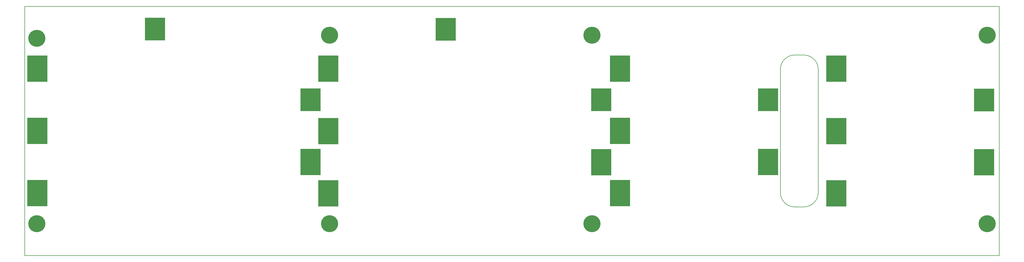
<source format=gts>
G04*
G04 #@! TF.GenerationSoftware,Altium Limited,Altium Designer,18.1.11 (251)*
G04*
G04 Layer_Color=8388736*
%FSLAX44Y44*%
%MOMM*%
G71*
G01*
G75*
%ADD10C,0.2000*%
%ADD13R,6.6016X8.6316*%
%ADD14R,6.6016X7.4516*%
%ADD15C,5.6016*%
D10*
X2684900Y407100D02*
G03*
X2732000Y360000I47099J-1D01*
G01*
X2732000Y860000D02*
G03*
X2684900Y812900I-1J-47098D01*
G01*
X2809500Y812501D02*
G03*
X2762000Y860000I-47593J-94D01*
G01*
X2762000Y360000D02*
G03*
X2809500Y407500I0J47500D01*
G01*
X2732000Y360000D02*
X2762000Y360000D01*
X2684900Y812900D02*
X2684900Y407100D01*
X2732000Y860000D02*
X2762000Y860000D01*
X2809500Y812501D02*
X2809500Y407500D01*
X200000Y200000D02*
Y1020000D01*
X3405000D01*
Y200000D02*
Y1020000D01*
X200000Y200000D02*
X3405000D01*
D13*
X2868500Y814750D02*
D03*
Y609750D02*
D03*
Y404750D02*
D03*
X3355000Y507250D02*
D03*
X1198000Y814806D02*
D03*
Y609805D02*
D03*
Y404805D02*
D03*
X2096000Y507305D02*
D03*
X242000Y815000D02*
D03*
Y610000D02*
D03*
Y405000D02*
D03*
X1140000Y507500D02*
D03*
X2158000Y815000D02*
D03*
Y610000D02*
D03*
Y405000D02*
D03*
X2644500Y507500D02*
D03*
D14*
X3355000Y712250D02*
D03*
X1584500Y945005D02*
D03*
X2096000Y712306D02*
D03*
X628500Y945200D02*
D03*
X1140000Y712500D02*
D03*
X2644500D02*
D03*
D15*
X3365000Y925000D02*
D03*
Y305000D02*
D03*
X2065000D02*
D03*
Y925000D02*
D03*
X1202500D02*
D03*
Y305000D02*
D03*
X240000D02*
D03*
Y915000D02*
D03*
M02*

</source>
